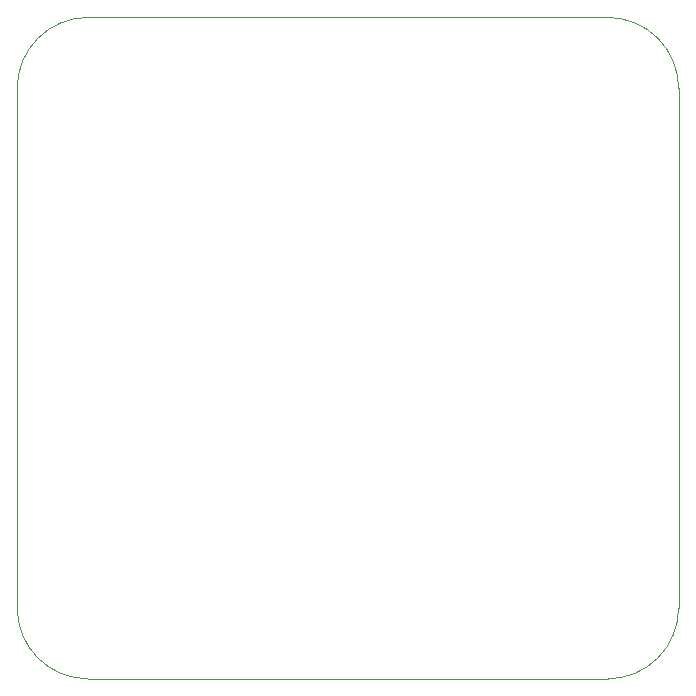
<source format=gbr>
%TF.GenerationSoftware,KiCad,Pcbnew,(7.0.0)*%
%TF.CreationDate,2024-01-17T09:10:34+05:30*%
%TF.ProjectId,Temperature Thing With Thermocouple,54656d70-6572-4617-9475-726520546869,rev?*%
%TF.SameCoordinates,Original*%
%TF.FileFunction,Profile,NP*%
%FSLAX46Y46*%
G04 Gerber Fmt 4.6, Leading zero omitted, Abs format (unit mm)*
G04 Created by KiCad (PCBNEW (7.0.0)) date 2024-01-17 09:10:34*
%MOMM*%
%LPD*%
G01*
G04 APERTURE LIST*
%TA.AperFunction,Profile*%
%ADD10C,0.100000*%
%TD*%
G04 APERTURE END LIST*
D10*
X119700000Y-74600000D02*
X119700000Y-118600000D01*
X125700000Y-68600000D02*
X169700000Y-68600000D01*
X169700000Y-124600000D02*
G75*
G03*
X175700000Y-118600000I0J6000000D01*
G01*
X175700000Y-118600000D02*
X175700000Y-74600000D01*
X125700000Y-124600000D02*
X169700000Y-124600000D01*
X119700000Y-118600000D02*
G75*
G03*
X125700000Y-124600000I6000000J0D01*
G01*
X175700000Y-74600000D02*
G75*
G03*
X169700000Y-68600000I-6000000J0D01*
G01*
X125700000Y-68600000D02*
G75*
G03*
X119700000Y-74600000I0J-6000000D01*
G01*
M02*

</source>
